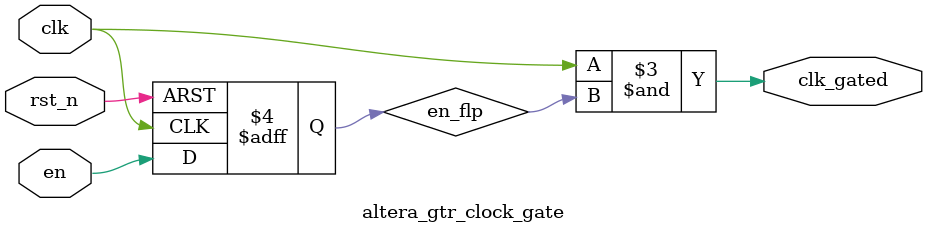
<source format=v>


`timescale 1ns / 1ps
// synthesis translate_on

module altera_gtr_clock_gate (
    input   clk,
    input   rst_n,
    input   en,

    output  clk_gated

);

reg     en_flp;

always @(negedge clk or negedge rst_n) begin
    if (!rst_n)
        en_flp  <= 1'b0;
    else
        en_flp  <= en;
end

assign clk_gated = clk & en_flp;


endmodule

</source>
